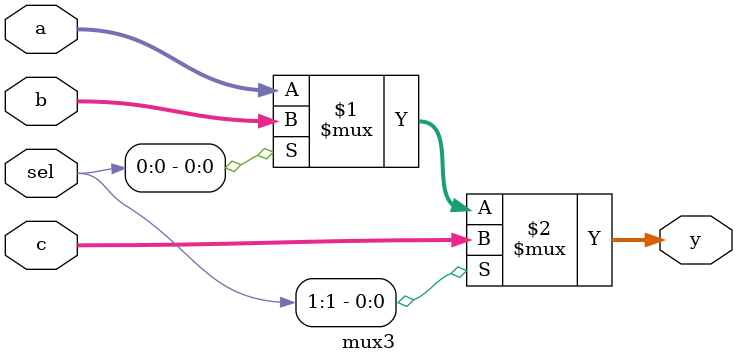
<source format=sv>
module mux3 #(
    parameter WIDTH = 32
)(
    input logic [WIDTH-1:0] a,b,c,
    input logic [1:0] sel,
    output logic [WIDTH-1:0] y
);

assign y = sel[1] ? c : (sel[0] ? b : a); //some people add unit delay to these components "#1"

endmodule
</source>
